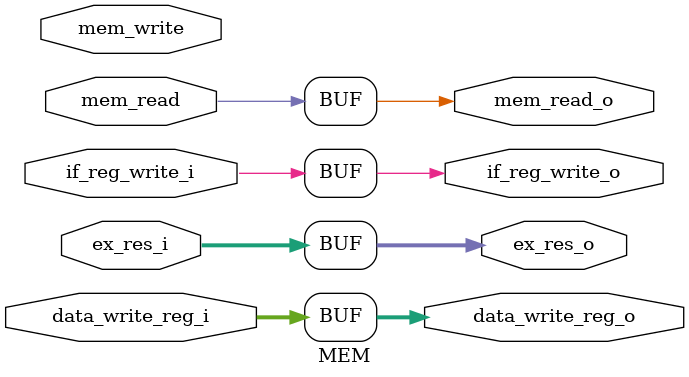
<source format=v>
    module MEM(
    input wire mem_read,
    input wire mem_write,
    
    output reg mem_read_o,
    
    // pass
    input wire if_reg_write_i,
    output reg if_reg_write_o,
    input wire[31:0] ex_res_i,
    output reg[31:0] ex_res_o,
    input wire[4:0] data_write_reg_i,
    output reg[4:0] data_write_reg_o
    );

always @(*) begin
    mem_read_o <= mem_read;
    if_reg_write_o <= if_reg_write_i;
    ex_res_o <= ex_res_i;
    data_write_reg_o <= data_write_reg_i;
end

endmodule

</source>
